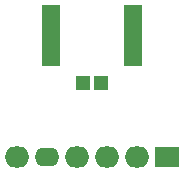
<source format=gbs>
G04 #@! TF.FileFunction,Soldermask,Bot*
%FSLAX46Y46*%
G04 Gerber Fmt 4.6, Leading zero omitted, Abs format (unit mm)*
G04 Created by KiCad (PCBNEW 4.0.7) date Sat Jun  9 20:27:24 2018*
%MOMM*%
%LPD*%
G01*
G04 APERTURE LIST*
%ADD10C,0.100000*%
%ADD11R,1.200000X1.150000*%
%ADD12R,1.600000X0.800000*%
%ADD13R,2.100000X1.800000*%
%ADD14O,2.100000X1.800000*%
%ADD15O,2.100000X1.600000*%
G04 APERTURE END LIST*
D10*
D11*
X58250000Y-48000000D03*
X56750000Y-48000000D03*
D12*
X54050000Y-46275000D03*
X54050000Y-45625000D03*
X54050000Y-44975000D03*
X54050000Y-44325000D03*
X54050000Y-43675000D03*
X54050000Y-43025000D03*
X54050000Y-42375000D03*
X54050000Y-41725000D03*
X60950000Y-41725000D03*
X60950000Y-42375000D03*
X60950000Y-43025000D03*
X60950000Y-43675000D03*
X60950000Y-44325000D03*
X60950000Y-44975000D03*
X60950000Y-45625000D03*
X60950000Y-46275000D03*
D13*
X63820000Y-54300000D03*
D14*
X61280000Y-54300000D03*
X58740000Y-54300000D03*
X56200000Y-54300000D03*
D15*
X53660000Y-54300000D03*
D14*
X51120000Y-54300000D03*
M02*

</source>
